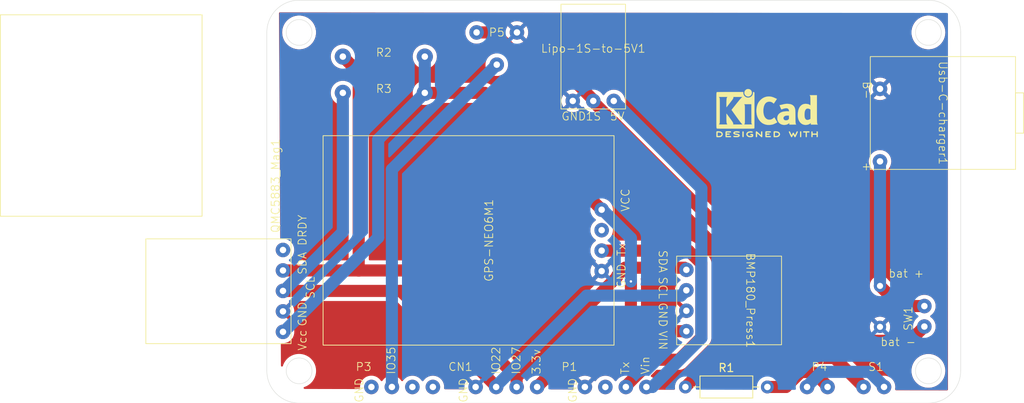
<source format=kicad_pcb>
(kicad_pcb (version 20221018) (generator pcbnew)
  (layers (0 "F.Cu" signal) (31 "B.Cu" signal) (34 "B.Paste" user) (35 "F.Paste" user) (36 "B.SilkS" user "B.Silkscreen") (37 "F.SilkS" user "F.Silkscreen") (38 "B.Mask" user) (39 "F.Mask" user) (44 "Edge.Cuts" user))
  (net 0 "")
  (net 1 "Net-(R1-Pad1)")
  (net 2 "Net-(P4-Pin_1)")
  (net 3 "Net-(BT1-+)")
  (net 4 "GNDREF")
  (net 5 "Net-(Lipo-1S-to-5V1-OUT_5V)")
  (net 6 "Net-(GPS-NEO6M1-TX)")
  (net 10 "Net-(P3-Pin_3)")
  (net 12 "Net-(P4-Pin_2)")
  (net 14 "Net-(BMP180_Press1-VIN)")
  (net 15 "Net-(BMP180_Press1-SDA)")
  (net 16 "Net-(BMP180_Press1-SCL)")
  (net 17 "Net-(Lipo-1S-to-5V1-IN_3.7v)")
  (footprint "BertheShema:2 trous standard" (layer "F.Cu") (at 173.5 132.5)
    (fp_text reference "SW1" (at -2 -1 90 unlocked) (layer "F.SilkS") (effects (font (thickness 0.1))))
    (fp_text value "SW_DIP_x01" hide)
    (pad "1" thru_hole circle (at 0 0) (size 1.8 1.8) (drill 0.8) (layers "*.Cu" "*.Mask") (net 17 "Net-(Lipo-1S-to-5V1-IN_3.7v)"))
    (pad "2" thru_hole circle (at 0 -2.54) (size 1.8 1.8) (drill 0.8) (layers "*.Cu" "*.Mask") (net 3 "Net-(BT1-+)"))
  )
  (footprint "BertheShema:Usb-C-Charger" (layer "F.Cu") (at 175.8 106 -90)
    (fp_text reference "Usb-C-charger1" (at 0 0 -90 unlocked) (layer "F.SilkS") (effects (font (thickness 0.1))))
    (fp_text value "-" hide)
    (fp_text user "B-" (at -4 10 -90 unlocked) (layer "F.SilkS") (effects (font (thickness 0.1)) (justify left bottom)))
    (fp_text user "+" (at 6 10 -90 unlocked) (layer "F.SilkS") (effects (font (thickness 0.1)) (justify left bottom)))
    (pad "1" thru_hole circle (at -3 7.8 270) (size 1.8 1.8) (drill 0.8) (layers "*.Cu" "*.Mask") (net 4 "GNDREF"))
    (pad "2" thru_hole circle (at 6 7.8 270) (size 1.8 1.8) (drill 0.8) (layers "*.Cu" "*.Mask") (net 3 "Net-(BT1-+)"))
  )
  (footprint "Resistor_THT:R_Axial_DIN0207_L6.3mm_D2.5mm_P10.16mm_Horizontal" (layer "F.Cu") (at 143.88 140)
    (fp_text reference "R1" (at 5.08 -2.37) (layer "F.SilkS"))
    (fp_text value "3.6 ohms" hide)
    (pad "1" thru_hole circle (at 0 0) (size 1.6 1.6) (drill 0.8) (layers "*.Cu" "*.Mask") (net 1 "Net-(R1-Pad1)"))
    (pad "2" thru_hole oval (at 10.16 0) (size 1.6 1.6) (drill 0.8) (layers "*.Cu" "*.Mask") (net 2 "Net-(P4-Pin_1)"))
  )
  (footprint "BertheShema:4 trous standard" (layer "F.Cu") (at 122.96 140 90)
    (fp_text reference "CN1" (at 2.5 -6.96 unlocked) (layer "F.SilkS") (effects (font (thickness 0.1))))
    (fp_text value "Temperature and humidity interface" hide)
    (fp_text user "GND" (at -2 -6 90 unlocked) (layer "F.SilkS") (effects (font (thickness 0.1)) (justify left bottom)))
    (pad "1" thru_hole circle (at 0 2.54 90) (size 1.8 1.8) (drill 0.8) (layers "*.Cu" "*.Mask") (net 14 "Net-(BMP180_Press1-VIN)"))
    (pad "2" thru_hole circle (at 0 0 90) (size 1.8 1.8) (drill 0.8) (layers "*.Cu" "*.Mask") (net 15 "Net-(BMP180_Press1-SDA)"))
    (pad "3" thru_hole circle (at 0 -2.54 90) (size 1.8 1.8) (drill 0.8) (layers "*.Cu" "*.Mask") (net 16 "Net-(BMP180_Press1-SCL)"))
    (pad "4" thru_hole circle (at 0 -5.08 90) (size 1.8 1.8) (drill 0.8) (layers "*.Cu" "*.Mask") (net 4 "GNDREF"))
  )
  (footprint "Symbol:KiCad-Logo2_5mm_SilkScreen" (layer "F.Cu") (at 154 106)
    (fp_text reference "ESP32-2432S028_WROOM-32" hide)
    (fp_text value "-" hide)
  )
  (footprint "BertheShema:R_47" (layer "F.Cu") (at 106.5 99)
    (fp_text reference "R2" (at 0 -0.5 unlocked) (layer "F.SilkS") (effects (font (thickness 0.1))))
    (fp_text value "4.7k")
    (pad "1" thru_hole circle (at 5.08 0) (size 2 2) (drill 0.8) (layers "*.Cu" "*.Mask") (net 14 "Net-(BMP180_Press1-VIN)"))
    (pad "2" thru_hole circle (at -5.08 0) (size 2 2) (drill 0.8) (layers "*.Cu" "*.Mask") (net 15 "Net-(BMP180_Press1-SDA)"))
  )
  (footprint "BertheShema:2 trous standard" (layer "F.Cu") (at 168.5 140 90)
    (fp_text reference "S1" (at 2.5 -1 unlocked) (layer "F.SilkS") (effects (font (thickness 0.1))))
    (fp_text value "Speaker 2W 8ohms" hide)
    (pad "1" thru_hole circle (at 0 0 90) (size 1.8 1.8) (drill 0.8) (layers "*.Cu" "*.Mask") (net 12 "Net-(P4-Pin_2)"))
    (pad "2" thru_hole circle (at 0 -2.54 90) (size 1.8 1.8) (drill 0.8) (layers "*.Cu" "*.Mask") (net 1 "Net-(R1-Pad1)"))
  )
  (footprint "BertheShema:2 trous standard" (layer "F.Cu") (at 161.5 140 90)
    (fp_text reference "P4" (at 2.5 -1 unlocked) (layer "F.SilkS") (effects (font (thickness 0.1))))
    (fp_text value "SPEAK" hide)
    (pad "1" thru_hole circle (at 0 0 90) (size 1.8 1.8) (drill 0.8) (layers "*.Cu" "*.Mask") (net 2 "Net-(P4-Pin_1)"))
    (pad "2" thru_hole circle (at 0 -2.54 90) (size 1.8 1.8) (drill 0.8) (layers "*.Cu" "*.Mask") (net 12 "Net-(P4-Pin_2)"))
  )
  (footprint "BertheShema:GPSNEO6V2" (layer "F.Cu") (at 131.976 121.81 90)
    (fp_text reference "GPS-NEO6M1" (at 0 -12.44 90 unlocked) (layer "F.SilkS") (effects (font (thickness 0.1))))
    (fp_text value "-" hide)
    (fp_text user "Tx" (at -2 4.56 90 unlocked) (layer "F.SilkS") (effects (font (thickness 0.1)) (justify left bottom)))
    (fp_text user "GND" (at -6 4.56 90 unlocked) (layer "F.SilkS") (effects (font (thickness 0.1)) (justify left bottom)))
    (fp_text user "VCC" (at 3.5 5.06 90 unlocked) (layer "F.SilkS") (effects (font (thickness 0.1)) (justify left bottom)))
    (pad "1" thru_hole circle (at -3.81 1.524 90) (size 1.8 1.8) (drill 0.8) (layers "*.Cu" "*.Mask") (net 4 "GNDREF"))
    (pad "2" thru_hole circle (at -1.27 1.524 90) (size 1.8 1.8) (drill 0.8) (layers "*.Cu" "*.Mask") (net 6 "Net-(GPS-NEO6M1-TX)"))
    (pad "3" thru_hole circle (at 1.27 1.524 90) (size 1.8 1.8) (drill 0.8) (layers "*.Cu" "*.Mask"))
    (pad "4" thru_hole circle (at 3.81 1.524 90) (size 1.8 1.8) (drill 0.8) (layers "*.Cu" "*.Mask") (net 14 "Net-(BMP180_Press1-VIN)"))
  )
  (footprint "BertheShema:R_47" (layer "F.Cu") (at 106.5 103.5)
    (fp_text reference "R3" (at 0 -0.5 unlocked) (layer "F.SilkS") (effects (font (thickness 0.1))))
    (fp_text value "4.7k")
    (pad "1" thru_hole circle (at 5.08 0) (size 2 2) (drill 0.8) (layers "*.Cu" "*.Mask") (net 14 "Net-(BMP180_Press1-VIN)"))
    (pad "2" thru_hole circle (at -5.08 0) (size 2 2) (drill 0.8) (layers "*.Cu" "*.Mask") (net 16 "Net-(BMP180_Press1-SCL)"))
  )
  (footprint "BertheShema:1S-to-5v" (layer "F.Cu") (at 132.46 100.5)
    (fp_text reference "Lipo-1S-to-5V1" (at 0 -2.5 unlocked) (layer "F.SilkS") (effects (font (thickness 0.1))))
    (fp_text value "-")
    (fp_text user "GND" (at -4 6.5 unlocked) (layer "F.SilkS") (effects (font (thickness 0.1)) (justify left bottom)))
    (fp_text user "1S" (at -1 6.5 unlocked) (layer "F.SilkS") (effects (font (thickness 0.1)) (justify left bottom)))
    (fp_text user "5V" (at 2 6.5 unlocked) (layer "F.SilkS") (effects (font (thickness 0.1)) (justify left bottom)))
    (pad "1" thru_hole circle (at -2.54 4) (size 1.8 1.8) (drill 0.8) (layers "*.Cu" "*.Mask") (net 4 "GNDREF"))
    (pad "2" thru_hole circle (at 0 4) (size 1.8 1.8) (drill 0.8) (layers "*.Cu" "*.Mask") (net 17 "Net-(Lipo-1S-to-5V1-IN_3.7v)"))
    (pad "3" thru_hole circle (at 2.54 4) (size 1.8 1.8) (drill 0.8) (layers "*.Cu" "*.Mask") (net 5 "Net-(Lipo-1S-to-5V1-OUT_5V)"))
  )
  (footprint "BertheShema:batterie" (layer "F.Cu") (at 168 130 180)
    (fp_text reference "BT1" hide)
    (fp_text value "Battery_Cell")
    (pad "1" thru_hole circle (at 0 2.54 180) (size 1.524 1.524) (drill 0.762) (layers "*.Cu" "*.Mask") (net 3 "Net-(BT1-+)"))
    (pad "2" thru_hole circle (at 0 -2.54 180) (size 1.524 1.524) (drill 0.762) (layers "*.Cu" "*.Mask") (net 4 "GNDREF"))
  )
  (footprint "BertheShema:QMC5883" (layer "F.Cu") (at 88 128.12 90)
    (fp_text reference "QMC5883_Mag1" (at 13.08 5.08 90 unlocked) (layer "F.SilkS") (effects (font (thickness 0.1))))
    (fp_text value "~")
    (fp_text user "GND" (at -4.42 9 90 unlocked) (layer "F.SilkS") (effects (font (thickness 0.1)) (justify left bottom)))
    (fp_text user "SDA" (at 2 9 90 unlocked) (layer "F.SilkS") (effects (font (thickness 0.1)) (justify left bottom)))
    (fp_text user "SCL" (at -1 10 90 unlocked) (layer "F.SilkS") (effects (font (thickness 0.1)) (justify left bottom)))
    (fp_text user "Vcc" (at -7.42 9 90 unlocked) (layer "F.SilkS") (effects (font (thickness 0.1)) (justify left bottom)))
    (fp_text user "DRDY" (at 5.58 9 90 unlocked) (layer "F.SilkS") (effects (font (thickness 0.1)) (justify left bottom)))
    (pad "1" thru_hole circle (at -5.04 6 90) (size 1.8 1.8) (drill 0.8) (layers "*.Cu" "*.Mask") (net 14 "Net-(BMP180_Press1-VIN)"))
    (pad "2" thru_hole circle (at -2.5 6 90) (size 1.8 1.8) (drill 0.8) (layers "*.Cu" "*.Mask") (net 4 "GNDREF"))
    (pad "3" thru_hole circle (at 0.04 6 90) (size 1.8 1.8) (drill 0.8) (layers "*.Cu" "*.Mask") (net 16 "Net-(BMP180_Press1-SCL)"))
    (pad "4" thru_hole circle (at 2.58 6 90) (size 1.8 1.8) (drill 0.8) (layers "*.Cu" "*.Mask") (net 15 "Net-(BMP180_Press1-SDA)"))
    (pad "5" thru_hole circle (at 5.12 6 90) (size 1.8 1.8) (drill 0.8) (layers "*.Cu" "*.Mask"))
  )
  (footprint "BertheShema:4 trous standard" (layer "F.Cu") (at 136.5 140 90)
    (fp_text reference "P1" (at 2.5 -7 unlocked) (layer "F.SilkS") (effects (font (thickness 0.1))))
    (fp_text value "Power supply base" hide)
    (fp_text user "GND" (at -2 -6 90 unlocked) (layer "F.SilkS") (effects (font (thickness 0.1)) (justify left bottom)))
    (pad "1" thru_hole circle (at 0 2.54 90) (size 1.8 1.8) (drill 0.8) (layers "*.Cu" "*.Mask") (net 5 "Net-(Lipo-1S-to-5V1-OUT_5V)"))
    (pad "2" thru_hole circle (at 0 0 90) (size 1.8 1.8) (drill 0.8) (layers "*.Cu" "*.Mask") (net 6 "Net-(GPS-NEO6M1-TX)"))
    (pad "3" thru_hole circle (at 0 -2.54 90) (size 1.8 1.8) (drill 0.8) (layers "*.Cu" "*.Mask"))
    (pad "4" thru_hole circle (at 0 -5.08 90) (size 1.8 1.8) (drill 0.8) (layers "*.Cu" "*.Mask") (net 4 "GNDREF"))
  )
  (footprint "BertheShema:potentiometre" (layer "F.Cu") (at 120.5 96.5)
    (fp_text reference "P5" (at 0 -0.5 unlocked) (layer "F.SilkS") (effects (font (thickness 0.1))))
    (fp_text value "10 k ohms" hide)
    (pad "1" thru_hole circle (at -2.5 -0.5) (size 1.8 1.8) (drill 0.8) (layers "*.Cu" "*.Mask") (net 17 "Net-(Lipo-1S-to-5V1-IN_3.7v)"))
    (pad "2" thru_hole circle (at 0 3.5) (size 1.8 1.8) (drill 0.8) (layers "*.Cu" "*.Mask") (net 10 "Net-(P3-Pin_3)"))
    (pad "3" thru_hole circle (at 2.5 -0.5) (size 1.8 1.8) (drill 0.8) (layers "*.Cu" "*.Mask") (net 4 "GNDREF"))
  )
  (footprint "BertheShema:BMP180" (layer "F.Cu") (at 146.4 129.26 -90)
    (fp_text reference "BMP180_Press1" (at 0 -5.54 -90 unlocked) (layer "F.SilkS") (effects (font (thickness 0.1))))
    (fp_text value "~")
    (fp_text user "SCL" (at -3 5.898 -90 unlocked) (layer "F.SilkS") (effects (font (thickness 0.1)) (justify left bottom)))
    (fp_text user "SDA" (at -6.31 5.898 -90 unlocked) (layer "F.SilkS") (effects (font (thickness 0.1)) (justify left bottom)))
    (fp_text user "VIN" (at 3.69 5.898 -90 unlocked) (layer "F.SilkS") (effects (font (thickness 0.1)) (justify left bottom)))
    (fp_text user "GND" (at 0.19 5.898 -90 unlocked) (layer "F.SilkS") (effects (font (thickness 0.1)) (justify left bottom)))
    (pad "1" thru_hole circle (at -3.8 2.4 270) (size 1.8 1.8) (drill 0.8) (layers "*.Cu" "*.Mask") (net 15 "Net-(BMP180_Press1-SDA)"))
    (pad "2" thru_hole circle (at -1.26 2.4 270) (size 1.8 1.8) (drill 0.8) (layers "*.Cu" "*.Mask") (net 16 "Net-(BMP180_Press1-SCL)"))
    (pad "3" thru_hole circle (at 1.28 2.4 270) (size 1.8 1.8) (drill 0.8) (layers "*.Cu" "*.Mask") (net 4 "GNDREF"))
    (pad "4" thru_hole circle (at 3.82 2.4 270) (size 1.8 1.8) (drill 0.8) (layers "*.Cu" "*.Mask") (net 14 "Net-(BMP180_Press1-VIN)"))
  )
  (footprint "BertheShema:4 trous standard" (layer "F.Cu") (at 110.04 140 90)
    (fp_text reference "P3" (at 2.5 -6.04 unlocked) (layer "F.SilkS") (effects (font (thickness 0.1))))
    (fp_text value "Extended IO" hide)
    (fp_text user "GND" (at -2 -6 90 unlocked) (layer "F.SilkS") (effects (font (thickness 0.1)) (justify left bottom)))
    (pad "1" thru_hole circle (at 0 2.54 90) (size 1.8 1.8) (drill 0.8) (layers "*.Cu" "*.Mask"))
    (pad "2" thru_hole circle (at 0 0 90) (size 1.8 1.8) (drill 0.8) (layers "*.Cu" "*.Mask"))
    (pad "3" thru_hole circle (at 0 -2.54 90) (size 1.8 1.8) (drill 0.8) (layers "*.Cu" "*.Mask") (net 10 "Net-(P3-Pin_3)"))
    (pad "4" thru_hole circle (at 0 -5.08 90) (size 1.8 1.8) (drill 0.8) (layers "*.Cu" "*.Mask"))
  )
  (gr_arc (start 178 138) (mid 176.828427 140.828427) (end 174 142) (stroke (width 0.05)) (layer "Edge.Cuts"))
  (gr_circle (center 174 96) (end 175.6 96) (stroke (width 0.05)) (fill none) (layer "Edge.Cuts"))
  (gr_line (start 174 142) (end 96 142) (stroke (width 0.05)) (layer "Edge.Cuts"))
  (gr_line (start 96 92) (end 174 92) (stroke (width 0.05)) (layer "Edge.Cuts"))
  (gr_circle (center 96 138) (end 97.6 138) (stroke (width 0.05)) (fill none) (layer "Edge.Cuts"))
  (gr_arc (start 92 96) (mid 93.171573 93.171573) (end 96 92) (stroke (width 0.05)) (layer "Edge.Cuts"))
  (gr_arc (start 96 142) (mid 93.171573 140.828427) (end 92 138) (stroke (width 0.05)) (layer "Edge.Cuts"))
  (gr_line (start 92 138) (end 92 96) (stroke (width 0.05)) (layer "Edge.Cuts"))
  (gr_arc (start 174 92) (mid 176.828427 93.171573) (end 178 96) (stroke (width 0.05)) (layer "Edge.Cuts"))
  (gr_circle (center 96 96) (end 97.6 96) (stroke (width 0.05)) (fill none) (layer "Edge.Cuts"))
  (gr_circle (center 174 138) (end 175.6 138) (stroke (width 0.05)) (fill none) (layer "Edge.Cuts"))
  (gr_line (start 178 96) (end 178 138) (stroke (width 0.05)) (layer "Edge.Cuts"))
  (gr_text "IO27" (at 123.5 138.5 90) (layer "F.SilkS") (effects (font (size 1 1) (thickness 0.1)) (justify left bottom)))
  (gr_text "Vin" (at 139.5 138.5 90) (layer "F.SilkS") (effects (font (size 1 1) (thickness 0.1)) (justify left bottom)))
  (gr_text "bat +" (at 169 126.5) (layer "F.SilkS") (effects (font (size 1 1) (thickness 0.1)) (justify left bottom)))
  (gr_text "Tx" (at 137 138.5 90) (layer "F.SilkS") (effects (font (size 1 1) (thickness 0.1)) (justify left bottom)))
  (gr_text "IO22" (at 121 138.5 90) (layer "F.SilkS") (effects (font (size 1 1) (thickness 0.1)) (justify left bottom)))
  (gr_text "3.3v" (at 126 138.5 90) (layer "F.SilkS") (effects (font (size 1 1) (thickness 0.1)) (justify left bottom)))
  (gr_text "bat -" (at 168 135) (layer "F.SilkS") (effects (font (size 1 1) (thickness 0.1)) (justify left bottom)))
  (gr_text "IO35" (at 108 138.5 90) (layer "F.SilkS") (effects (font (size 1 1) (thickness 0.1)) (justify left bottom)))
  (segment (start 162.361 136.401) (end 165.96 140) (width 1.5) (layer "F.Cu") (net 1))
  (segment (start 143.88 140) (end 147.479 136.401) (width 1.5) (layer "F.Cu") (net 1))
  (segment (start 147.479 136.401) (end 162.361 136.401) (width 1.5) (layer "F.Cu") (net 1))
  (segment (start 159.7377 138.1468) (end 161.2968 139.7059) (width 1.5) (layer "F.Cu") (net 2))
  (segment (start 154.04 140) (end 156.34 140) (width 1.5) (layer "F.Cu") (net 2))
  (segment (start 161.2968 139.7969) (end 161.2969 139.7969) (width 1.5) (layer "F.Cu") (net 2))
  (segment (start 158.1932 138.1468) (end 159.7377 138.1468) (width 1.5) (layer "F.Cu") (net 2))
  (segment (start 161.2969 139.7969) (end 161.5 140) (width 1.5) (layer "F.Cu") (net 2))
  (segment (start 156.34 140) (end 158.1932 138.1468) (width 1.5) (layer "F.Cu") (net 2))
  (segment (start 161.2968 139.7059) (end 161.2968 139.7969) (width 1.5) (layer "F.Cu") (net 2))
  (segment (start 170.5 129.96) (end 168 127.46) (width 1.5) (layer "F.Cu") (net 3))
  (segment (start 173.5 129.96) (end 170.5 129.96) (width 1.5) (layer "F.Cu") (net 3))
  (segment (start 168 112) (end 168 127.46) (width 1.5) (layer "B.Cu") (net 3))
  (segment (start 139.7823 140) (end 139.04 140) (width 1.5) (layer "B.Cu") (net 5))
  (segment (start 145.8569 133.9254) (end 139.7823 140) (width 1.5) (layer "B.Cu") (net 5))
  (segment (start 135 104.5) (end 145.8569 115.3569) (width 1.5) (layer "B.Cu") (net 5))
  (segment (start 145.8569 115.3569) (end 145.8569 133.9254) (width 1.5) (layer "B.Cu") (net 5))
  (segment (start 136.5 139.8942) (end 136.5 140) (width 1.5) (layer "F.Cu") (net 6))
  (segment (start 144.2524 123.08) (end 145.8592 124.6868) (width 1.5) (layer "F.Cu") (net 6))
  (segment (start 145.8592 124.6868) (end 145.8592 133.851) (width 1.5) (layer "F.Cu") (net 6))
  (segment (start 145.8592 133.851) (end 143.092 136.6182) (width 1.5) (layer "F.Cu") (net 6))
  (segment (start 133.5 123.08) (end 144.2524 123.08) (width 1.5) (layer "F.Cu") (net 6))
  (segment (start 139.776 136.6182) (end 136.5 139.8942) (width 1.5) (layer "F.Cu") (net 6))
  (segment (start 143.092 136.6182) (end 139.776 136.6182) (width 1.5) (layer "F.Cu") (net 6))
  (segment (start 107.5 113) (end 107.5 140) (width 1.5) (layer "B.Cu") (net 10))
  (segment (start 120.5 100) (end 107.5 113) (width 1.5) (layer "B.Cu") (net 10))
  (segment (start 160.7591 138.122) (end 166.7128 138.122) (width 1.5) (layer "B.Cu") (net 12))
  (segment (start 158.96 139.9211) (end 160.7591 138.122) (width 1.5) (layer "B.Cu") (net 12))
  (segment (start 168.5 139.9092) (end 168.5 140) (width 1.5) (layer "B.Cu") (net 12))
  (segment (start 166.7128 138.122) (end 168.5 139.9092) (width 1.5) (layer "B.Cu") (net 12))
  (segment (start 158.96 140) (end 158.96 139.9211) (width 1.5) (layer "B.Cu") (net 12))
  (segment (start 137.1246 126.8999) (end 137.1246 133.08) (width 1.5) (layer "F.Cu") (net 14))
  (segment (start 119 103.5) (end 111.58 103.5) (width 1.5) (layer "F.Cu") (net 14))
  (segment (start 132.42 133.08) (end 125.5 140) (width 1.5) (layer "F.Cu") (net 14))
  (segment (start 133.5 118) (end 119 103.5) (width 1.5) (layer "F.Cu") (net 14))
  (segment (start 144 133.08) (end 137.1246 133.08) (width 1.5) (layer "F.Cu") (net 14))
  (segment (start 137.1246 133.08) (end 132.42 133.08) (width 1.5) (layer "F.Cu") (net 14))
  (via (at 137.1246 126.8999) (size 0.6) (drill 0.3) (layers "F.Cu" "B.Cu") (net 14))
  (segment (start 133.5918 118) (end 137.1246 121.5328) (width 1.5) (layer "B.Cu") (net 14))
  (segment (start 94.0913 133.16) (end 105.7981 121.4532) (width 1.5) (layer "B.Cu") (net 14))
  (segment (start 133.5 118) (end 133.5918 118) (width 1.5) (layer "B.Cu") (net 14))
  (segment (start 94 133.16) (end 94.0913 133.16) (width 1.5) (layer "B.Cu") (net 14))
  (segment (start 137.1246 121.5328) (end 137.1246 126.8999) (width 1.5) (layer "B.Cu") (net 14))
  (segment (start 105.7981 109.2819) (end 111.58 103.5) (width 1.5) (layer "B.Cu") (net 14))
  (segment (start 111.58 103.5) (end 111.58 99) (width 1.5) (layer "B.Cu") (net 14))
  (segment (start 105.7981 121.4532) (end 105.7981 109.2819) (width 1.5) (layer "B.Cu") (net 14))
  (segment (start 135.4227 126.3247) (end 122.96 138.7874) (width 1.5) (layer "F.Cu") (net 15))
  (segment (start 122.96 138.7874) (end 109.7126 125.54) (width 1.5) (layer "F.Cu") (net 15))
  (segment (start 103.3867 125.54) (end 103.3867 100.9667) (width 1.5) (layer "F.Cu") (net 15))
  (segment (start 109.7126 125.54) (end 103.3867 125.54) (width 1.5) (layer "F.Cu") (net 15))
  (segment (start 122.96 138.7874) (end 122.96 140) (width 1.5) (layer "F.Cu") (net 15))
  (segment (start 136.4196 125.198) (end 135.4227 126.1949) (width 1.5) (layer "F.Cu") (net 15))
  (segment (start 103.3867 100.9667) (end 101.42 99) (width 1.5) (layer "F.Cu") (net 15))
  (segment (start 135.4227 126.1949) (end 135.4227 126.3247) (width 1.5) (layer "F.Cu") (net 15))
  (segment (start 144 125.46) (end 143.738 125.198) (width 1.5) (layer "F.Cu") (net 15))
  (segment (start 103.3867 125.54) (end 94 125.54) (width 1.5) (layer "F.Cu") (net 15))
  (segment (start 143.738 125.198) (end 136.4196 125.198) (width 1.5) (layer "F.Cu") (net 15))
  (segment (start 108.579 128.08) (end 94 128.08) (width 1.5) (layer "F.Cu") (net 16))
  (segment (start 120.42 139.921) (end 108.579 128.08) (width 1.5) (layer "F.Cu") (net 16))
  (segment (start 120.42 140) (end 120.42 139.921) (width 1.5) (layer "F.Cu") (net 16))
  (segment (start 101.42 103.5) (end 101.42 120.7627) (width 1.5) (layer "B.Cu") (net 16))
  (segment (start 131.6425 128.6676) (end 120.42 139.8901) (width 1.5) (layer "B.Cu") (net 16))
  (segment (start 144 128) (end 143.3324 128.6676) (width 1.5) (layer "B.Cu") (net 16))
  (segment (start 143.3324 128.6676) (end 131.6425 128.6676) (width 1.5) (layer "B.Cu") (net 16))
  (segment (start 120.42 139.8901) (end 120.42 140) (width 1.5) (layer "B.Cu") (net 16))
  (segment (start 94.1027 128.08) (end 94 128.08) (width 1.5) (layer "B.Cu") (net 16))
  (segment (start 101.42 120.7627) (end 94.1027 128.08) (width 1.5) (layer "B.Cu") (net 16))
  (segment (start 132.46 104.3665) (end 132.46 104.5) (width 1.5) (layer "F.Cu") (net 17))
  (segment (start 162.1288 134.2702) (end 171.7298 134.2702) (width 1.5) (layer "F.Cu") (net 17))
  (segment (start 124.3976 100.2333) (end 128.3268 100.2333) (width 1.5) (layer "F.Cu") (net 17))
  (segment (start 128.3268 100.2333) (end 132.46 104.3665) (width 1.5) (layer "F.Cu") (net 17))
  (segment (start 118 96) (end 120.1643 96) (width 1.5) (layer "F.Cu") (net 17))
  (segment (start 132.46 104.6014) (end 162.1288 134.2702) (width 1.5) (layer "F.Cu") (net 17))
  (segment (start 120.1643 96) (end 124.3976 100.2333) (width 1.5) (layer "F.Cu") (net 17))
  (segment (start 171.7298 134.2702) (end 173.5 132.5) (width 1.5) (layer "F.Cu") (net 17))
  (segment (start 132.46 104.5) (end 132.46 104.6014) (width 1.5) (layer "F.Cu") (net 17))
  (zone (net 4) (net_name "GNDREF") (layer "F.Cu") (connect_pads (clearance 0.5)) (min_thickness 0.25) (fill yes (thermal_gap 0.5) (thermal_bridge_width 0.5))
    (polygon (pts (xy 93.501674 93.501674) (xy 176.383886 93.616114) (xy 176.427243 140.427243) (xy 93.76349 140.23651)))
  )
  (zone (net 4) (net_name "GNDREF") (layer "B.Cu") (priority 1) (connect_pads (clearance 0.5)) (min_thickness 0.25) (fill yes (thermal_gap 0.5) (thermal_bridge_width 0.5))
    (polygon (pts (xy 176.422032 93.577968) (xy 176.389096 140.389096) (xy 93.76349 140.23651) (xy 93.539821 93.539821)))
  )
)
</source>
